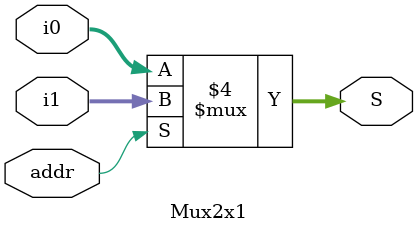
<source format=v>
`timescale 1ns / 1ps

module Mux2x1(i1, i0, addr, S);
    parameter N = 8; //number of bits for i1, i0, S

    input addr;
    input [N - 1: 0] i1, i0;
    output reg [N - 1: 0] S;
    
    always @(i1, i0, addr) begin
        if (addr == 0) begin
            S <= i0;
        end
        else begin
            S <= i1;
        end
    end
endmodule

</source>
